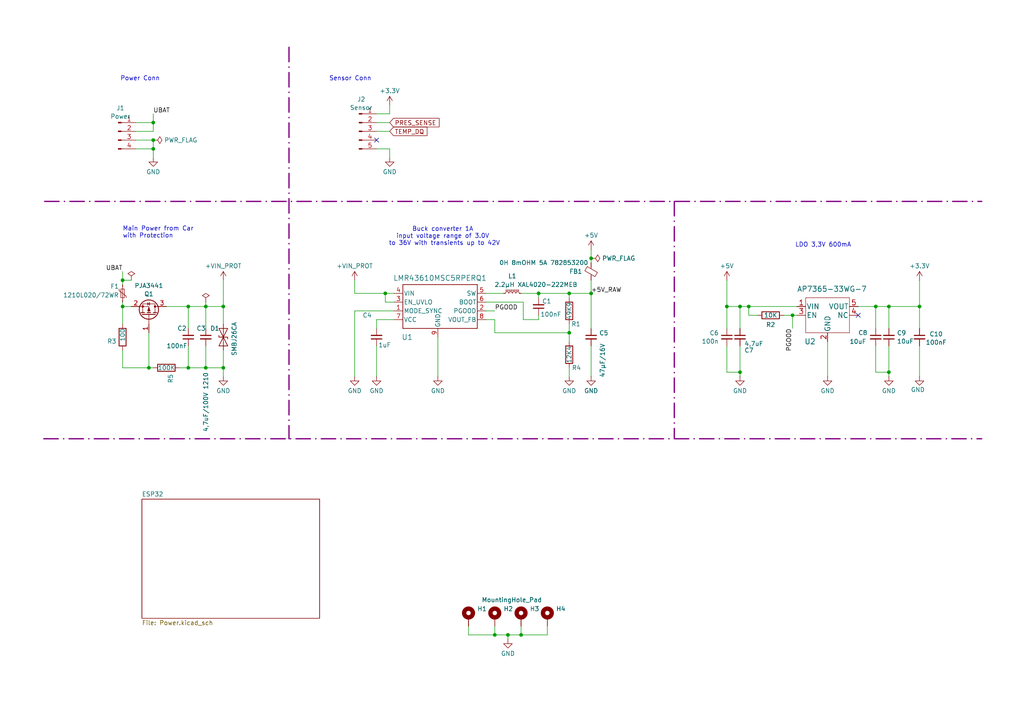
<source format=kicad_sch>
(kicad_sch (version 20250114) (generator "eeschema") (generator_version "9.0")
  (paper "A4")
  (title_block (title "BMW N57 Öldruck und Öltemperatur Anzeige") (date "2025-11-05") (rev "0.1") (comment 1 "Power Distribution"))
  (lib_symbols
    (symbol "2021-05-12_00-19-53:AP2112K-3.3TRG1" (pin_names (offset 0.254))
      (property "Reference" "U2" (at 5.08 -2.54 0))
      (property "Value" "AP7365-33WG-7" (at 15.24 7.62 0))
      (symbol "AP2112K-3.3TRG1_1_1"
        (polyline (pts (xy 7.62 5.08) (xy 7.62 -5.08)) (stroke (width 0.127)))
        (polyline (pts (xy 7.62 -5.08) (xy 20.32 -5.08)) (stroke (width 0.127)))
        (polyline (pts (xy 20.32 5.08) (xy 7.62 5.08)) (stroke (width 0.127)))
        (polyline (pts (xy 20.32 -5.08) (xy 20.32 5.08)) (stroke (width 0.127)))
        (pin power_in line (at 5.08 2.54 0) (length 2.54) (name "VIN") (number "1"))
        (pin unspecified line (at 5.08 0 0) (length 2.54) (name "EN") (number "3"))
        (pin unspecified line (at 13.97 -7.62 90) (length 2.54) (name "GND") (number "2"))
        (pin power_out line (at 22.86 2.54 180) (length 2.54) (name "VOUT") (number "5"))
        (pin unspecified line (at 22.86 0 180) (length 2.54) (name "NC") (number "4"))
      )
    )
    (symbol "Connector:Conn_01x04_Pin" (pin_names (offset 1.016) (hide yes))
      (property "Reference" "J" (at 0 5.08 0))
      (property "Value" "Conn_01x04_Pin" (at 0 -7.62 0))
      (symbol "Conn_01x04_Pin_1_1"
        (rectangle (start 0.8636 2.667) (end 0 2.413) (stroke (width 0.1524)) (fill (type outline)))
        (rectangle (start 0.8636 0.127) (end 0 -0.127) (stroke (width 0.1524)) (fill (type outline)))
        (rectangle (start 0.8636 -2.413) (end 0 -2.667) (stroke (width 0.1524)) (fill (type outline)))
        (rectangle (start 0.8636 -4.953) (end 0 -5.207) (stroke (width 0.1524)) (fill (type outline)))
        (polyline (pts (xy 1.27 2.54) (xy 0.8636 2.54)) (stroke (width 0.1524)))
        (polyline (pts (xy 1.27 0) (xy 0.8636 0)) (stroke (width 0.1524)))
        (polyline (pts (xy 1.27 -2.54) (xy 0.8636 -2.54)) (stroke (width 0.1524)))
        (polyline (pts (xy 1.27 -5.08) (xy 0.8636 -5.08)) (stroke (width 0.1524)))
        (pin passive line (at 5.08 2.54 180) (length 3.81) (name "Pin_1") (number "1"))
        (pin passive line (at 5.08 0 180) (length 3.81) (name "Pin_2") (number "2"))
        (pin passive line (at 5.08 -2.54 180) (length 3.81) (name "Pin_3") (number "3"))
        (pin passive line (at 5.08 -5.08 180) (length 3.81) (name "Pin_4") (number "4"))
      )
    )
    (symbol "Connector:Conn_01x05_Pin" (pin_names (offset 1.016) (hide yes))
      (property "Reference" "J" (at 0 7.62 0))
      (property "Value" "Conn_01x05_Pin" (at 0 -7.62 0))
      (symbol "Conn_01x05_Pin_1_1"
        (rectangle (start 0.8636 5.207) (end 0 4.953) (stroke (width 0.1524)) (fill (type outline)))
        (rectangle (start 0.8636 2.667) (end 0 2.413) (stroke (width 0.1524)) (fill (type outline)))
        (rectangle (start 0.8636 0.127) (end 0 -0.127) (stroke (width 0.1524)) (fill (type outline)))
        (rectangle (start 0.8636 -2.413) (end 0 -2.667) (stroke (width 0.1524)) (fill (type outline)))
        (rectangle (start 0.8636 -4.953) (end 0 -5.207) (stroke (width 0.1524)) (fill (type outline)))
        (polyline (pts (xy 1.27 5.08) (xy 0.8636 5.08)) (stroke (width 0.1524)))
        (polyline (pts (xy 1.27 2.54) (xy 0.8636 2.54)) (stroke (width 0.1524)))
        (polyline (pts (xy 1.27 0) (xy 0.8636 0)) (stroke (width 0.1524)))
        (polyline (pts (xy 1.27 -2.54) (xy 0.8636 -2.54)) (stroke (width 0.1524)))
        (polyline (pts (xy 1.27 -5.08) (xy 0.8636 -5.08)) (stroke (width 0.1524)))
        (pin passive line (at 5.08 5.08 180) (length 3.81) (name "Pin_1") (number "1"))
        (pin passive line (at 5.08 2.54 180) (length 3.81) (name "Pin_2") (number "2"))
        (pin passive line (at 5.08 0 180) (length 3.81) (name "Pin_3") (number "3"))
        (pin passive line (at 5.08 -2.54 180) (length 3.81) (name "Pin_4") (number "4"))
        (pin passive line (at 5.08 -5.08 180) (length 3.81) (name "Pin_5") (number "5"))
      )
    )
    (symbol "Device:C_Small" (pin_numbers (hide yes)) (pin_names (offset 0.254) (hide yes))
      (property "Reference" "C" (at 0.254 1.778 0))
      (property "Value" "C_Small" (at 0.254 -2.032 0))
      (symbol "C_Small_0_1"
        (polyline (pts (xy -1.524 0.508) (xy 1.524 0.508)) (stroke (width 0.3048)))
        (polyline (pts (xy -1.524 -0.508) (xy 1.524 -0.508)) (stroke (width 0.3302)))
      )
      (symbol "C_Small_1_1"
        (pin passive line (at 0 2.54 270) (length 2.032) (name "~") (number "1"))
        (pin passive line (at 0 -2.54 90) (length 2.032) (name "~") (number "2"))
      )
    )
    (symbol "Device:FerriteBead_Small" (pin_numbers (hide yes)) (pin_names (offset 0))
      (property "Reference" "FB" (at 1.905 1.27 0))
      (property "Value" "FerriteBead_Small" (at 1.905 -1.27 0))
      (symbol "FerriteBead_Small_0_1"
        (polyline (pts (xy -1.8288 0.2794) (xy -1.1176 1.4986) (xy 1.8288 -0.2032) (xy 1.1176 -1.4224) (xy -1.8288 0.2794)))
        (polyline (pts (xy 0 0.889) (xy 0 1.2954)))
        (polyline (pts (xy 0 -1.27) (xy 0 -0.7874)))
      )
      (symbol "FerriteBead_Small_1_1"
        (pin passive line (at 0 2.54 270) (length 1.27) (name "~") (number "1"))
        (pin passive line (at 0 -2.54 90) (length 1.27) (name "~") (number "2"))
      )
    )
    (symbol "Device:L_Ferrite_Small" (pin_numbers (hide yes)) (pin_names (offset 0.254) (hide yes))
      (property "Reference" "L" (at 1.27 1.016 0))
      (property "Value" "L_Ferrite_Small" (at 1.27 -1.27 0))
      (symbol "L_Ferrite_Small_0_1"
        (arc (start 0 2.032) (mid 0.5058 1.524) (end 0 1.016))
        (arc (start 0 1.016) (mid 0.5058 0.508) (end 0 0))
        (arc (start 0 0) (mid 0.5058 -0.508) (end 0 -1.016))
        (arc (start 0 -1.016) (mid 0.5058 -1.524) (end 0 -2.032))
        (polyline (pts (xy 0.762 1.651) (xy 0.762 1.905)))
        (polyline (pts (xy 0.762 1.143) (xy 0.762 1.397)))
        (polyline (pts (xy 0.762 0.635) (xy 0.762 0.889)))
        (polyline (pts (xy 0.762 0.127) (xy 0.762 0.381)))
        (polyline (pts (xy 0.762 -0.381) (xy 0.762 -0.127)))
        (polyline (pts (xy 0.762 -0.889) (xy 0.762 -0.635)))
        (polyline (pts (xy 0.762 -1.397) (xy 0.762 -1.143)))
        (polyline (pts (xy 0.762 -1.905) (xy 0.762 -1.651)))
        (polyline (pts (xy 1.016 1.905) (xy 1.016 1.651)))
        (polyline (pts (xy 1.016 1.397) (xy 1.016 1.143)))
        (polyline (pts (xy 1.016 0.889) (xy 1.016 0.635)))
        (polyline (pts (xy 1.016 0.381) (xy 1.016 0.127)))
        (polyline (pts (xy 1.016 -0.127) (xy 1.016 -0.381)))
        (polyline (pts (xy 1.016 -0.635) (xy 1.016 -0.889)))
        (polyline (pts (xy 1.016 -1.143) (xy 1.016 -1.397)))
        (polyline (pts (xy 1.016 -1.651) (xy 1.016 -1.905)))
      )
      (symbol "L_Ferrite_Small_1_1"
        (pin passive line (at 0 2.54 270) (length 0.508) (name "~") (number "1"))
        (pin passive line (at 0 -2.54 90) (length 0.508) (name "~") (number "2"))
      )
    )
    (symbol "Device:Polyfuse_Small" (pin_numbers (hide yes)) (pin_names (offset 0))
      (property "Reference" "F" (at -1.905 0 90))
      (property "Value" "Polyfuse_Small" (at 1.905 0 90))
      (symbol "Polyfuse_Small_0_1"
        (polyline (pts (xy -1.016 1.27) (xy -1.016 0.762) (xy 1.016 -0.762) (xy 1.016 -1.27)))
        (rectangle (start -0.508 1.27) (end 0.508 -1.27))
        (polyline (pts (xy 0 2.54) (xy 0 -2.54)))
      )
      (symbol "Polyfuse_Small_1_1"
        (pin passive line (at 0 2.54 270) (length 0.635) (name "~") (number "1"))
        (pin passive line (at 0 -2.54 90) (length 0.635) (name "~") (number "2"))
      )
    )
    (symbol "Device:R" (pin_numbers (hide yes)) (pin_names (offset 0))
      (property "Reference" "R" (at 2.032 0 90))
      (property "Value" "R" (at 0 0 90))
      (symbol "R_0_1"
        (rectangle (start -1.016 -2.54) (end 1.016 2.54) (stroke (width 0.254)))
      )
      (symbol "R_1_1"
        (pin passive line (at 0 3.81 270) (length 1.27) (name "~") (number "1"))
        (pin passive line (at 0 -3.81 90) (length 1.27) (name "~") (number "2"))
      )
    )
    (symbol "Diode:SMAJ16CA" (pin_numbers (hide yes)) (pin_names (offset 1.016) (hide yes))
      (property "Reference" "D" (at 0 2.54 0))
      (property "Value" "SMAJ16CA" (at 0 -2.54 0))
      (symbol "SMAJ16CA_0_1"
        (polyline (pts (xy -2.54 -1.27) (xy 0 0) (xy -2.54 1.27) (xy -2.54 -1.27)) (stroke (width 0.2032)))
        (polyline (pts (xy 0.508 1.27) (xy 0 1.27) (xy 0 -1.27) (xy -0.508 -1.27)) (stroke (width 0.2032)))
        (polyline (pts (xy 1.27 0) (xy -1.27 0)))
        (polyline (pts (xy 2.54 1.27) (xy 2.54 -1.27) (xy 0 0) (xy 2.54 1.27)) (stroke (width 0.2032)))
      )
      (symbol "SMAJ16CA_1_1"
        (pin passive line (at -3.81 0 0) (length 2.54) (name "A1") (number "1"))
        (pin passive line (at 3.81 0 180) (length 2.54) (name "A2") (number "2"))
      )
    )
    (symbol "Mechanical:MountingHole_Pad" (pin_numbers (hide yes)) (pin_names (offset 1.016) (hide yes))
      (property "Reference" "H" (at 0 6.35 0))
      (property "Value" "MountingHole_Pad" (at 0 4.445 0))
      (symbol "MountingHole_Pad_0_1"
        (circle (center 0 1.27) (radius 1.27) (stroke (width 1.27)))
      )
      (symbol "MountingHole_Pad_1_1"
        (pin input line (at 0 -2.54 90) (length 2.54) (name "1") (number "1"))
      )
    )
    (symbol "Snapeda:LMR43610RS5QRPERQ1" (pin_names (offset 0.254))
      (property "Reference" "U1" (at 15.875 7.272 0))
      (property "Value" "LMR43610MSC5RPERQ1" (at 15.875 4.4391 0))
      (symbol "LMR43610RS5QRPERQ1_0_1"
        (polyline (pts (xy 5.08 2.54) (xy 5.08 -10.16)) (stroke (width 0.2032)))
        (polyline (pts (xy 5.08 -10.16) (xy 26.67 -10.16)) (stroke (width 0.2032)))
        (polyline (pts (xy 26.67 2.54) (xy 5.08 2.54)) (stroke (width 0.2032)))
        (polyline (pts (xy 26.67 -10.16) (xy 26.67 2.54)) (stroke (width 0.2032)))
        (pin power_in line (at 2.54 0 0) (length 2.54) (name "VIN") (number "4"))
        (pin input line (at 2.54 -2.54 0) (length 2.54) (name "EN_UVLO") (number "3"))
        (pin input line (at 2.54 -5.08 0) (length 2.54) (name "MODE_SYNC") (number "1"))
        (pin power_in line (at 15.24 -12.7 90) (length 2.54) (name "GND") (number "9"))
        (pin unspecified line (at 29.21 0 180) (length 2.54) (name "SW") (number "5"))
        (pin unspecified line (at 29.21 -2.54 180) (length 2.54) (name "BOOT") (number "6"))
        (pin open_collector line (at 29.21 -5.08 180) (length 2.54) (name "PGOOD") (number "2"))
        (pin unspecified line (at 29.21 -7.62 180) (length 2.54) (name "VOUT_FB") (number "8"))
      )
      (symbol "LMR43610RS5QRPERQ1_1_1"
        (pin unspecified line (at 2.54 -7.62 0) (length 2.54) (name "VCC") (number "7"))
      )
    )
    (symbol "Transistor_FET:Q_PMOS_GSD" (pin_names (offset 0) (hide yes))
      (property "Reference" "Q" (at 5.08 1.905 0))
      (property "Value" "Q_PMOS_GSD" (at 5.08 0 0))
      (symbol "Q_PMOS_GSD_0_1"
        (polyline (pts (xy 0.254 1.905) (xy 0.254 -1.905)) (stroke (width 0.254)))
        (polyline (pts (xy 0.254 0) (xy -2.54 0)))
        (polyline (pts (xy 0.762 2.286) (xy 0.762 1.27)) (stroke (width 0.254)))
        (polyline (pts (xy 0.762 1.778) (xy 3.302 1.778) (xy 3.302 -1.778) (xy 0.762 -1.778)))
        (polyline (pts (xy 0.762 0.508) (xy 0.762 -0.508)) (stroke (width 0.254)))
        (polyline (pts (xy 0.762 -1.27) (xy 0.762 -2.286)) (stroke (width 0.254)))
        (circle (center 1.651 0) (radius 2.794) (stroke (width 0.254)))
        (polyline (pts (xy 2.286 0) (xy 1.27 0.381) (xy 1.27 -0.381) (xy 2.286 0)) (fill (type outline)))
        (polyline (pts (xy 2.54 2.54) (xy 2.54 1.778)))
        (circle (center 2.54 1.778) (radius 0.254) (fill (type outline)))
        (circle (center 2.54 -1.778) (radius 0.254) (fill (type outline)))
        (polyline (pts (xy 2.54 -2.54) (xy 2.54 0) (xy 0.762 0)))
        (polyline (pts (xy 2.921 -0.381) (xy 3.683 -0.381)))
        (polyline (pts (xy 3.302 -0.381) (xy 2.921 0.254) (xy 3.683 0.254) (xy 3.302 -0.381)))
      )
      (symbol "Q_PMOS_GSD_1_1"
        (pin input line (at -5.08 0 0) (length 2.54) (name "G") (number "1"))
        (pin passive line (at 2.54 5.08 270) (length 2.54) (name "D") (number "3"))
        (pin passive line (at 2.54 -5.08 90) (length 2.54) (name "S") (number "2"))
      )
    )
    (symbol "power:+12V" (power) (pin_names (offset 0))
      (property "Value" "+12V" (at 0 3.556 0))
      (symbol "+12V_0_1"
        (polyline (pts (xy -0.762 1.27) (xy 0 2.54)))
        (polyline (pts (xy 0 2.54) (xy 0.762 1.27)))
        (polyline (pts (xy 0 0) (xy 0 2.54)))
      )
      (symbol "+12V_1_1"
        (pin power_in line (at 0 0 90) (length 0) (hide yes) (name "+12V") (number "1"))
      )
    )
    (symbol "power:+3.3V" (power) (pin_numbers (hide yes)) (pin_names (offset 0) (hide yes))
      (property "Value" "+3.3V" (at 0 3.556 0))
      (symbol "+3.3V_0_1"
        (polyline (pts (xy -0.762 1.27) (xy 0 2.54)))
        (polyline (pts (xy 0 2.54) (xy 0.762 1.27)))
        (polyline (pts (xy 0 0) (xy 0 2.54)))
      )
      (symbol "+3.3V_1_1"
        (pin power_in line (at 0 0 90) (length 0) (name "~") (number "1"))
      )
    )
    (symbol "power:+5V" (power) (pin_numbers (hide yes)) (pin_names (offset 0) (hide yes))
      (property "Value" "+5V" (at 0 3.556 0))
      (symbol "+5V_0_1"
        (polyline (pts (xy -0.762 1.27) (xy 0 2.54)))
        (polyline (pts (xy 0 2.54) (xy 0.762 1.27)))
        (polyline (pts (xy 0 0) (xy 0 2.54)))
      )
      (symbol "+5V_1_1"
        (pin power_in line (at 0 0 90) (length 0) (name "~") (number "1"))
      )
    )
    (symbol "power:GND" (power) (pin_numbers (hide yes)) (pin_names (offset 0) (hide yes))
      (property "Value" "GND" (at 0 -3.81 0))
      (symbol "GND_0_1"
        (polyline (pts (xy 0 0) (xy 0 -1.27) (xy 1.27 -1.27) (xy 0 -2.54) (xy -1.27 -1.27) (xy 0 -1.27)))
      )
      (symbol "GND_1_1"
        (pin power_in line (at 0 0 270) (length 0) (name "~") (number "1"))
      )
    )
    (symbol "power:PWR_FLAG" (power) (pin_numbers (hide yes)) (pin_names (offset 0) (hide yes))
      (property "Value" "PWR_FLAG" (at 0 3.81 0))
      (symbol "PWR_FLAG_0_0"
        (pin power_out line (at 0 0 90) (length 0) (name "pwr") (number "1"))
      )
      (symbol "PWR_FLAG_0_1"
        (polyline (pts (xy 0 0) (xy 0 1.27) (xy -1.016 1.905) (xy 0 2.54) (xy 1.016 1.905) (xy 0 1.27)))
      )
    )
  )
  (text "Sensor Conn" (at 101.6 22.86 0) (effects (font (size 1.27 1.27))))
  (text "Main Power from Car\nwith Protection" (at 35.56 69.215 0) (effects (font (size 1.27 1.27)) (justify left bottom)))
  (text "Power Conn" (at 40.64 22.86 0) (effects (font (size 1.27 1.27))))
  (text "LDO 3,3V 600mA" (at 238.76 71.12 0) (effects (font (size 1.27 1.27))))
  (text "Buck converter 1A \ninput voltage range of 3.0V \nto 36V with transients up to 42V" (at 128.905 68.58 0) (effects (font (size 1.27 1.27))))
  (junction (at 210.82 88.9))
  (junction (at 165.1 96.52))
  (junction (at 44.45 35.56))
  (junction (at 151.13 184.15))
  (junction (at 165.1 85.09))
  (junction (at 54.61 106.68))
  (junction (at 43.18 106.68))
  (junction (at 266.7 88.9))
  (junction (at 64.77 88.9))
  (junction (at 171.45 85.09))
  (junction (at 59.69 88.9))
  (junction (at 257.81 107.95))
  (junction (at 147.32 184.15))
  (junction (at 35.56 88.9))
  (junction (at 257.81 88.9))
  (junction (at 229.87 91.44))
  (junction (at 54.61 88.9))
  (junction (at 156.21 85.09))
  (junction (at 214.63 107.95))
  (junction (at 35.56 81.28))
  (junction (at 217.17 88.9))
  (junction (at 143.51 184.15))
  (junction (at 214.63 88.9))
  (junction (at 64.77 106.68))
  (junction (at 171.45 74.93))
  (junction (at 59.69 106.68))
  (junction (at 254 88.9))
  (junction (at 111.76 85.09))
  (junction (at 44.45 40.64))
  (junction (at 44.45 43.18))
  (no_connect (at 109.22 40.64))
  (no_connect (at 248.92 91.44))
  (wire (pts (xy 266.7 95.25) (xy 266.7 88.9)))
  (wire (pts (xy 147.32 184.15) (xy 143.51 184.15)))
  (wire (pts (xy 248.92 88.9) (xy 254 88.9)))
  (polyline (pts (xy 12.954 58.42) (xy 284.734 58.42)) (stroke (width 0.381) (type dash_dot) (color 132 0 132 1)))
  (wire (pts (xy 111.76 87.63) (xy 114.3 87.63)))
  (wire (pts (xy 143.51 181.61) (xy 143.51 184.15)))
  (wire (pts (xy 214.63 100.33) (xy 214.63 107.95)))
  (wire (pts (xy 254 100.33) (xy 254 107.95)))
  (wire (pts (xy 39.37 43.18) (xy 44.45 43.18)))
  (wire (pts (xy 158.75 181.61) (xy 158.75 184.15)))
  (wire (pts (xy 35.56 106.68) (xy 43.18 106.68)))
  (wire (pts (xy 210.82 107.95) (xy 214.63 107.95)))
  (wire (pts (xy 214.63 88.9) (xy 214.63 95.25)))
  (wire (pts (xy 240.03 99.06) (xy 240.03 109.22)))
  (wire (pts (xy 210.82 100.33) (xy 210.82 107.95)))
  (wire (pts (xy 102.87 81.28) (xy 102.87 85.09)))
  (wire (pts (xy 35.56 88.9) (xy 35.56 93.98)))
  (wire (pts (xy 54.61 100.33) (xy 54.61 106.68)))
  (wire (pts (xy 102.87 90.17) (xy 114.3 90.17)))
  (wire (pts (xy 147.32 184.15) (xy 147.32 185.42)))
  (wire (pts (xy 210.82 95.25) (xy 210.82 88.9)))
  (wire (pts (xy 64.77 81.28) (xy 64.77 88.9)))
  (wire (pts (xy 257.81 107.95) (xy 257.81 109.22)))
  (wire (pts (xy 59.69 88.9) (xy 59.69 95.25)))
  (wire (pts (xy 35.56 87.63) (xy 35.56 88.9)))
  (wire (pts (xy 38.1 81.28) (xy 35.56 81.28)))
  (wire (pts (xy 54.61 88.9) (xy 59.69 88.9)))
  (wire (pts (xy 210.82 88.9) (xy 210.82 81.28)))
  (wire (pts (xy 44.45 40.64) (xy 44.45 43.18)))
  (wire (pts (xy 140.97 85.09) (xy 146.05 85.09)))
  (wire (pts (xy 171.45 81.28) (xy 171.45 85.09)))
  (wire (pts (xy 35.56 101.6) (xy 35.56 106.68)))
  (wire (pts (xy 54.61 106.68) (xy 59.69 106.68)))
  (wire (pts (xy 109.22 35.56) (xy 113.03 35.56)))
  (wire (pts (xy 165.1 86.36) (xy 165.1 85.09)))
  (wire (pts (xy 143.51 96.52) (xy 165.1 96.52)))
  (wire (pts (xy 140.97 87.63) (xy 151.765 87.63)))
  (wire (pts (xy 52.07 106.68) (xy 54.61 106.68)))
  (wire (pts (xy 39.37 40.64) (xy 44.45 40.64)))
  (wire (pts (xy 113.03 43.18) (xy 113.03 45.72)))
  (wire (pts (xy 257.81 88.9) (xy 266.7 88.9)))
  (wire (pts (xy 59.69 100.33) (xy 59.69 106.68)))
  (wire (pts (xy 54.61 88.9) (xy 54.61 95.25)))
  (polyline (pts (xy 12.7 127.254) (xy 284.734 127.254)) (stroke (width 0.381) (type dash_dot) (color 132 0 132 1)))
  (wire (pts (xy 102.87 90.17) (xy 102.87 109.22)))
  (wire (pts (xy 266.7 100.33) (xy 266.7 109.22)))
  (wire (pts (xy 59.69 106.68) (xy 64.77 106.68)))
  (wire (pts (xy 111.76 85.09) (xy 114.3 85.09)))
  (wire (pts (xy 214.63 107.95) (xy 214.63 109.22)))
  (polyline (pts (xy 195.58 58.42) (xy 195.58 127)) (stroke (width 0.381) (type dash_dot) (color 132 0 132 1)))
  (wire (pts (xy 156.21 86.36) (xy 156.21 85.09)))
  (wire (pts (xy 59.69 88.9) (xy 64.77 88.9)))
  (wire (pts (xy 64.77 109.22) (xy 64.77 106.68)))
  (wire (pts (xy 140.97 92.71) (xy 143.51 92.71)))
  (wire (pts (xy 109.22 43.18) (xy 113.03 43.18)))
  (wire (pts (xy 257.81 100.33) (xy 257.81 107.95)))
  (wire (pts (xy 229.87 91.44) (xy 229.87 95.25)))
  (wire (pts (xy 48.26 88.9) (xy 54.61 88.9)))
  (polyline (pts (xy 83.82 127.254) (xy 84.074 127.254)) (stroke (width 0) (type solid)))
  (wire (pts (xy 266.7 88.9) (xy 266.7 81.28)))
  (wire (pts (xy 217.17 88.9) (xy 231.14 88.9)))
  (wire (pts (xy 35.56 78.74) (xy 35.56 81.28)))
  (wire (pts (xy 35.56 88.9) (xy 38.1 88.9)))
  (wire (pts (xy 229.87 91.44) (xy 231.14 91.44)))
  (wire (pts (xy 151.765 92.71) (xy 156.21 92.71)))
  (wire (pts (xy 227.33 91.44) (xy 229.87 91.44)))
  (wire (pts (xy 109.22 100.33) (xy 109.22 109.22)))
  (wire (pts (xy 151.765 87.63) (xy 151.765 92.71)))
  (wire (pts (xy 39.37 38.1) (xy 44.45 38.1)))
  (wire (pts (xy 64.77 101.6) (xy 64.77 106.68)))
  (wire (pts (xy 44.45 35.56) (xy 44.45 33.02)))
  (wire (pts (xy 109.22 92.71) (xy 114.3 92.71)))
  (wire (pts (xy 59.69 87.63) (xy 59.69 88.9)))
  (wire (pts (xy 165.1 85.09) (xy 171.45 85.09)))
  (wire (pts (xy 35.56 82.55) (xy 35.56 81.28)))
  (wire (pts (xy 254 88.9) (xy 254 95.25)))
  (wire (pts (xy 102.87 85.09) (xy 111.76 85.09)))
  (wire (pts (xy 44.45 106.68) (xy 43.18 106.68)))
  (wire (pts (xy 165.1 93.98) (xy 165.1 96.52)))
  (wire (pts (xy 109.22 38.1) (xy 113.03 38.1)))
  (wire (pts (xy 210.82 88.9) (xy 214.63 88.9)))
  (wire (pts (xy 165.1 96.52) (xy 165.1 99.06)))
  (wire (pts (xy 64.77 88.9) (xy 64.77 93.98)))
  (wire (pts (xy 39.37 35.56) (xy 44.45 35.56)))
  (wire (pts (xy 113.03 30.48) (xy 113.03 33.02)))
  (wire (pts (xy 217.17 88.9) (xy 217.17 91.44)))
  (wire (pts (xy 113.03 33.02) (xy 109.22 33.02)))
  (wire (pts (xy 171.45 72.39) (xy 171.45 74.93)))
  (wire (pts (xy 143.51 184.15) (xy 135.89 184.15)))
  (wire (pts (xy 151.13 85.09) (xy 156.21 85.09)))
  (wire (pts (xy 127 97.79) (xy 127 109.22)))
  (wire (pts (xy 171.45 74.93) (xy 171.45 76.2)))
  (wire (pts (xy 156.21 92.71) (xy 156.21 91.44)))
  (wire (pts (xy 109.22 92.71) (xy 109.22 95.25)))
  (polyline (pts (xy 83.82 13.716) (xy 83.82 127.254)) (stroke (width 0.381) (type dash_dot) (color 132 0 132 1)))
  (wire (pts (xy 135.89 181.61) (xy 135.89 184.15)))
  (wire (pts (xy 143.51 92.71) (xy 143.51 96.52)))
  (wire (pts (xy 151.13 184.15) (xy 147.32 184.15)))
  (wire (pts (xy 165.1 106.68) (xy 165.1 109.22)))
  (wire (pts (xy 158.75 184.15) (xy 151.13 184.15)))
  (wire (pts (xy 44.45 38.1) (xy 44.45 35.56)))
  (wire (pts (xy 217.17 91.44) (xy 219.71 91.44)))
  (wire (pts (xy 254 107.95) (xy 257.81 107.95)))
  (wire (pts (xy 140.97 90.17) (xy 143.51 90.17)))
  (wire (pts (xy 171.45 100.33) (xy 171.45 109.22)))
  (wire (pts (xy 111.76 85.09) (xy 111.76 87.63)))
  (wire (pts (xy 43.18 96.52) (xy 43.18 106.68)))
  (wire (pts (xy 254 88.9) (xy 257.81 88.9)))
  (wire (pts (xy 44.45 43.18) (xy 44.45 45.72)))
  (wire (pts (xy 214.63 88.9) (xy 217.17 88.9)))
  (wire (pts (xy 257.81 95.25) (xy 257.81 88.9)))
  (wire (pts (xy 165.1 85.09) (xy 156.21 85.09)))
  (wire (pts (xy 171.45 85.09) (xy 171.45 95.25)))
  (wire (pts (xy 151.13 181.61) (xy 151.13 184.15)))
  (label "+5V_RAW" (at 171.45 85.09 0))
  (label "PGOOD" (at 229.87 95.25 270))
  (label "PGOOD" (at 143.51 90.17 0))
  (label "UBAT" (at 44.45 33.02 0))
  (label "UBAT" (at 35.56 78.74 180))
  (global_label "PRES_SENSE" (shape input) (at 113.03 35.56 0) (property "Intersheetrefs" "${INTERSHEET_REFS}" (effects (hide yes))))
  (global_label "TEMP_DQ" (shape input) (at 113.03 38.1 0) (property "Intersheetrefs" "${INTERSHEET_REFS}" (effects (hide yes))))
  (symbol (lib_id "power:+5V") (at 171.45 72.39 0) (unit 1)
    (property "Reference" "#PWR04" (effects (hide yes)))
    (property "Value" "+5V" (at 171.45 68.2569 0))
    (property "Description" "Power symbol creates a global label with name \"+5V\"" (effects (hide yes)))
  )
  (symbol (lib_id "Device:R") (at 48.26 106.68 90) (unit 1)
    (property "Reference" "R5" (at 49.4722 108.458 0) (effects (justify right)))
    (property "Value" "100K" (at 45.72 106.68 90) (effects (justify right)))
    (property "Footprint" "Resistor_SMD:R_0603_1608Metric_Pad0.98x0.95mm_HandSolder" (effects (hide yes)))
    (property "Description" "Resistor" (effects (hide yes)))
  )
  (symbol (lib_id "power:GND") (at 127 109.22 0) (unit 1)
    (property "Reference" "#PWR012" (effects (hide yes)))
    (property "Value" "GND" (at 127 113.3531 0))
    (property "Description" "Power symbol creates a global label with name \"GND\" , ground" (effects (hide yes)))
  )
  (symbol (lib_id "Snapeda:LMR43610RS5QRPERQ1") (at 111.76 85.09 0) (unit 1)
    (property "Reference" "U1" (at 118.11 97.79 0) (effects (font (size 1.524 1.524))))
    (property "Value" "LMR43610MSC5RPERQ1" (at 127.635 80.6509 0) (effects (font (size 1.524 1.524))))
    (property "Footprint" "Snapeda:RPE0009A-MFG" (effects (hide yes)))
    (property "Datasheet" "https://www.ti.com/lit/gpn/lmr43610-q1" (effects (hide yes)))
  )
  (symbol (lib_id "Device:C_Small") (at 210.82 97.79 0) (unit 1)
    (property "Reference" "C6" (at 208.496 96.5841 0) (effects (justify right)))
    (property "Value" "100n" (at 208.496 99.0084 0) (effects (justify right)))
    (property "Footprint" "Capacitor_SMD:C_0603_1608Metric_Pad1.08x0.95mm_HandSolder" (effects (hide yes)))
    (property "Typ" "CL21C820JB61PNC" (effects (hide yes)))
  )
  (symbol (lib_id "power:PWR_FLAG") (at 44.45 40.64 270) (unit 1)
    (property "Reference" "#FLG05" (effects (hide yes)))
    (property "Value" "PWR_FLAG" (at 47.625 40.64 90) (effects (justify left)))
    (property "Description" "Special symbol for telling ERC where power comes from" (effects (hide yes)))
  )
  (symbol (lib_id "Device:C_Small") (at 257.81 97.79 180) (unit 1)
    (property "Reference" "C9" (at 260.1341 96.5714 0) (effects (justify right)))
    (property "Value" "10uF" (at 260.1341 98.9957 0) (effects (justify right)))
    (property "Footprint" "Capacitor_SMD:C_0805_2012Metric_Pad1.18x1.45mm_HandSolder" (effects (hide yes)))
    (property "Description" "Unpolarized capacitor, small symbol" (effects (hide yes)))
  )
  (symbol (lib_id "Device:C_Small") (at 171.45 97.79 0) (unit 1)
    (property "Reference" "C5" (at 173.7741 96.5841 0) (effects (justify left)))
    (property "Value" "47µF/16V" (at 174.752 109.474 90) (effects (justify left)))
    (property "Footprint" "Capacitor_SMD:C_1210_3225Metric_Pad1.33x2.70mm_HandSolder" (effects (hide yes)))
    (property "Description" "Unpolarized capacitor, small symbol" (effects (hide yes)))
  )
  (symbol (lib_id "Connector:Conn_01x05_Pin") (at 104.14 38.1 0) (unit 1)
    (property "Reference" "J2" (at 104.775 28.7993 0))
    (property "Value" "Sensor" (at 104.775 31.2236 0))
    (property "Footprint" "Connector_JST:JST_PH_S5B-PH-K_1x05_P2.00mm_Horizontal" (effects (hide yes)))
    (property "Description" "Generic connector, single row, 01x05, script generated" (effects (hide yes)))
  )
  (symbol (lib_id "power:GND") (at 240.03 109.22 0) (unit 1)
    (property "Reference" "#PWR016" (effects (hide yes)))
    (property "Value" "GND" (at 240.03 113.3531 0))
    (property "Description" "Power symbol creates a global label with name \"GND\" , ground" (effects (hide yes)))
  )
  (symbol (lib_id "power:GND") (at 165.1 109.22 0) (unit 1)
    (property "Reference" "#PWR013" (effects (hide yes)))
    (property "Value" "GND" (at 165.1 113.3531 0))
    (property "Description" "Power symbol creates a global label with name \"GND\" , ground" (effects (hide yes)))
  )
  (symbol (lib_id "power:GND") (at 214.63 109.22 0) (unit 1)
    (property "Reference" "#PWR015" (effects (hide yes)))
    (property "Value" "GND" (at 214.63 113.3531 0))
    (property "Description" "Power symbol creates a global label with name \"GND\" , ground" (effects (hide yes)))
  )
  (symbol (lib_id "Device:Polyfuse_Small") (at 35.56 85.09 180) (unit 1)
    (property "Reference" "F1" (at 32.004 83.058 0) (effects (justify right)))
    (property "Value" "1210L020/72WR" (at 18.288 85.598 0) (effects (justify right)))
    (property "Footprint" "Fuse:Fuse_1210_3225Metric" (effects (hide yes)))
    (property "Description" "Resettable fuse, polymeric positive temperature coefficient, small symbol" (effects (hide yes)))
  )
  (symbol (lib_id "Transistor_FET:Q_PMOS_GSD") (at 43.18 91.44 270) (mirror x) (unit 1)
    (property "Reference" "Q1" (at 43.18 85.2749 90))
    (property "Value" "PJA3441" (at 43.18 82.8506 90))
    (property "Footprint" "Package_TO_SOT_SMD:SOT-23-3" (effects (hide yes)))
    (property "Datasheet" "C:\\share\\Elektronik\\KiCad_working_dir\\datasheet\\PJA3441.pdf" (effects (hide yes)))
    (property "Description" "P-MOSFET transistor, gate/source/drain" (effects (hide yes)))
  )
  (symbol (lib_id "Device:C_Small") (at 54.61 97.79 180) (unit 1)
    (property "Reference" "C2" (at 51.435 95.25 0) (effects (justify right)))
    (property "Value" "100nF" (at 48.26 100.33 0) (effects (justify right)))
    (property "Footprint" "Capacitor_SMD:C_0603_1608Metric_Pad1.08x0.95mm_HandSolder" (effects (hide yes)))
    (property "Description" "Unpolarized capacitor, small symbol" (effects (hide yes)))
  )
  (symbol (lib_id "Device:L_Ferrite_Small") (at 148.59 85.09 90) (unit 1)
    (property "Reference" "L1" (at 148.59 80.0565 90))
    (property "Value" "2.2µH XAL4020-222MEB" (at 155.448 82.55 90))
    (property "Footprint" "Inductor_SMD:L_Coilcraft_XxL4040" (effects (hide yes)))
    (property "Datasheet" "C:\\share\\Elektronik\\KiCad_working_dir\\datasheet\\ihlp3232dz11.pdf" (effects (hide yes)))
    (property "Description" "Inductor with ferrite core, small symbol" (effects (hide yes)))
  )
  (symbol (lib_id "Device:R") (at 223.52 91.44 90) (unit 1)
    (property "Reference" "R2" (at 223.52 94.1761 90))
    (property "Value" "10K" (at 223.52 91.44 90))
    (property "Footprint" "Resistor_SMD:R_0603_1608Metric_Pad0.98x0.95mm_HandSolder" (effects (hide yes)))
    (property "Digi-Key_PN" "311-10KGRCT-ND" (effects (hide yes)))
  )
  (symbol (lib_id "power:+12V") (at 102.87 81.28 0) (unit 1)
    (property "Reference" "#PWR06" (effects (hide yes)))
    (property "Value" "+VIN_PROT" (at 102.87 77.1469 0))
  )
  (symbol (lib_id "power:+5V") (at 210.82 81.28 0) (unit 1)
    (property "Reference" "#PWR07" (effects (hide yes)))
    (property "Value" "+5V" (at 210.82 77.1469 0))
    (property "Description" "Power symbol creates a global label with name \"+5V\"" (effects (hide yes)))
  )
  (symbol (lib_id "power:GND") (at 109.22 109.22 0) (unit 1)
    (property "Reference" "#PWR011" (effects (hide yes)))
    (property "Value" "GND" (at 109.22 113.3531 0))
    (property "Description" "Power symbol creates a global label with name \"GND\" , ground" (effects (hide yes)))
  )
  (symbol (lib_id "power:PWR_FLAG") (at 38.1 81.28 0) (unit 1)
    (property "Reference" "#FLG01" (effects (hide yes)))
    (property "Value" "PWR_FLAG" (effects (hide yes)))
  )
  (symbol (lib_id "Connector:Conn_01x04_Pin") (at 34.29 38.1 0) (unit 1)
    (property "Reference" "J1" (at 34.925 31.3393 0))
    (property "Value" "Power" (at 34.925 33.7636 0))
    (property "Footprint" "Connector_JST:JST_PH_S4B-PH-K_1x04_P2.00mm_Horizontal" (effects (hide yes)))
    (property "Description" "Generic connector, single row, 01x04, script generated" (effects (hide yes)))
  )
  (symbol (lib_id "Device:C_Small") (at 109.22 97.79 180) (unit 1)
    (property "Reference" "C4" (at 105.156 91.44 0) (effects (justify right)))
    (property "Value" "1uF" (at 109.728 100.076 0) (effects (justify right)))
    (property "Footprint" "Capacitor_SMD:C_0603_1608Metric_Pad1.08x0.95mm_HandSolder" (effects (hide yes)))
    (property "Description" "Unpolarized capacitor, small symbol" (effects (hide yes)))
  )
  (symbol (lib_id "Device:C_Small") (at 156.21 88.9 180) (unit 1)
    (property "Reference" "C1" (at 157.226 87.376 0) (effects (justify right)))
    (property "Value" "100nF" (at 156.718 91.186 0) (effects (justify right)))
    (property "Footprint" "Capacitor_SMD:C_0603_1608Metric_Pad1.08x0.95mm_HandSolder" (effects (hide yes)))
    (property "Description" "Unpolarized capacitor, small symbol" (effects (hide yes)))
  )
  (symbol (lib_id "power:GND") (at 64.77 109.22 0) (unit 1)
    (property "Reference" "#PWR09" (effects (hide yes)))
    (property "Value" "GND" (at 64.77 113.3531 0))
  )
  (symbol (lib_id "Mechanical:MountingHole_Pad") (at 158.75 179.07 0) (unit 1)
    (property "Reference" "H4" (at 161.29 176.5879 0) (effects (justify left)))
    (property "Value" "MountingHole_Pad" (effects (hide yes)))
    (property "Footprint" "MountingHole:MountingHole_3.2mm_M3_ISO7380_Pad" (effects (hide yes)))
  )
  (symbol (lib_id "power:GND") (at 113.03 45.72 0) (unit 1)
    (property "Reference" "#PWR03" (effects (hide yes)))
    (property "Value" "GND" (at 113.03 49.8531 0))
  )
  (symbol (lib_id "power:+3.3V") (at 113.03 30.48 0) (unit 1)
    (property "Reference" "#PWR01" (effects (hide yes)))
    (property "Value" "+3.3V" (at 113.03 26.3469 0))
  )
  (symbol (lib_id "Mechanical:MountingHole_Pad") (at 151.13 179.07 0) (unit 1)
    (property "Reference" "H3" (at 153.67 176.5879 0) (effects (justify left)))
    (property "Value" "MountingHole_Pad" (effects (hide yes)))
    (property "Footprint" "MountingHole:MountingHole_3.2mm_M3_ISO7380_Pad" (effects (hide yes)))
  )
  (symbol (lib_id "power:PWR_FLAG") (at 171.45 74.93 270) (unit 1)
    (property "Reference" "#FLG06" (effects (hide yes)))
    (property "Value" "PWR_FLAG" (at 174.625 74.93 90) (effects (justify left)))
    (property "Description" "Special symbol for telling ERC where power comes from" (effects (hide yes)))
  )
  (symbol (lib_id "Device:C_Small") (at 266.7 97.79 0) (unit 1)
    (property "Reference" "C10" (at 271.526 96.8897 0))
    (property "Value" "100nF" (at 271.526 99.314 0))
    (property "Footprint" "Capacitor_SMD:C_0603_1608Metric_Pad1.08x0.95mm_HandSolder" (effects (hide yes)))
    (property "Description" "Unpolarized capacitor, small symbol" (effects (hide yes)))
  )
  (symbol (lib_id "power:PWR_FLAG") (at 59.69 87.63 0) (unit 1)
    (property "Reference" "#FLG02" (effects (hide yes)))
    (property "Value" "PWR_FLAG" (effects (hide yes)))
  )
  (symbol (lib_id "Device:C_Small") (at 59.69 97.79 0) (unit 1)
    (property "Reference" "C3" (at 59.69 95.25 0) (effects (justify right)))
    (property "Value" "4,7uF/100V 1210" (at 59.69 107.95 90) (effects (justify right)))
    (property "Footprint" "Capacitor_SMD:C_0603_1608Metric_Pad1.08x0.95mm_HandSolder" (effects (hide yes)))
  )
  (symbol (lib_id "Device:C_Small") (at 214.63 97.79 0) (unit 1)
    (property "Reference" "C7" (at 215.9 101.6 0) (effects (justify left)))
    (property "Value" "4,7uF" (at 215.9 99.695 0) (effects (justify left)))
    (property "Footprint" "Capacitor_SMD:C_0805_2012Metric_Pad1.18x1.45mm_HandSolder" (effects (hide yes)))
    (property "Typ" "CL21C820JB61PNC" (effects (hide yes)))
  )
  (symbol (lib_id "Mechanical:MountingHole_Pad") (at 135.89 179.07 0) (unit 1)
    (property "Reference" "H1" (at 138.43 176.5879 0) (effects (justify left)))
    (property "Value" "MountingHole_Pad" (at 139.7 173.99 0) (effects (justify left)))
    (property "Footprint" "MountingHole:MountingHole_3.2mm_M3_ISO7380_Pad" (effects (hide yes)))
  )
  (symbol (lib_id "power:GND") (at 171.45 109.22 0) (unit 1)
    (property "Reference" "#PWR014" (effects (hide yes)))
    (property "Value" "GND" (at 171.45 113.3531 0))
    (property "Description" "Power symbol creates a global label with name \"GND\" , ground" (effects (hide yes)))
  )
  (symbol (lib_id "2021-05-12_00-19-53:AP2112K-3.3TRG1") (at 226.06 91.44 0) (unit 1)
    (property "Reference" "U2" (at 234.95 99.06 0) (effects (font (size 1.524 1.524))))
    (property "Value" "AP7365-33WG-7" (at 241.3 83.82 0) (effects (font (size 1.524 1.524))))
    (property "Footprint" "Package_TO_SOT_SMD:SOT-23-5_HandSoldering" (effects (hide yes)))
    (property "Digi-Key_PN" "AP2112K-3.3TRG1DICT-ND" (effects (hide yes)))
  )
  (symbol (lib_id "Device:R") (at 35.56 97.79 0) (unit 1)
    (property "Reference" "R3" (at 33.782 99.0022 0) (effects (justify right)))
    (property "Value" "100" (at 35.56 95.25 90) (effects (justify right)))
    (property "Footprint" "Resistor_SMD:R_0603_1608Metric_Pad0.98x0.95mm_HandSolder" (effects (hide yes)))
    (property "Description" "Resistor" (effects (hide yes)))
  )
  (symbol (lib_id "Mechanical:MountingHole_Pad") (at 143.51 179.07 0) (unit 1)
    (property "Reference" "H2" (at 146.05 176.5879 0) (effects (justify left)))
    (property "Value" "MountingHole_Pad" (effects (hide yes)))
    (property "Footprint" "MountingHole:MountingHole_3.2mm_M3_ISO7380_Pad" (effects (hide yes)))
  )
  (symbol (lib_id "Device:C_Small") (at 254 97.79 0) (unit 1)
    (property "Reference" "C8" (at 248.92 96.52 0) (effects (justify left)))
    (property "Value" "10uF" (at 246.38 99.06 0) (effects (justify left)))
    (property "Footprint" "Capacitor_SMD:C_0805_2012Metric_Pad1.18x1.45mm_HandSolder" (effects (hide yes)))
    (property "Typ" "CL21C820JB61PNC" (effects (hide yes)))
  )
  (symbol (lib_id "power:GND") (at 266.7 109.22 0) (unit 1)
    (property "Reference" "#PWR018" (effects (hide yes)))
    (property "Value" "GND" (at 264.16 113.03 0) (effects (justify left)))
    (property "Description" "Power symbol creates a global label with name \"GND\" , ground" (effects (hide yes)))
  )
  (symbol (lib_id "power:GND") (at 147.32 185.42 0) (unit 1)
    (property "Reference" "#PWR019" (effects (hide yes)))
    (property "Value" "GND" (at 147.32 189.5531 0))
  )
  (symbol (lib_id "power:GND") (at 102.87 109.22 0) (unit 1)
    (property "Reference" "#PWR010" (effects (hide yes)))
    (property "Value" "GND" (at 102.87 113.3531 0))
    (property "Description" "Power symbol creates a global label with name \"GND\" , ground" (effects (hide yes)))
  )
  (symbol (lib_id "power:+3.3V") (at 266.7 81.28 0) (unit 1)
    (property "Reference" "#PWR08" (effects (hide yes)))
    (property "Value" "+3.3V" (at 266.7 77.1469 0))
  )
  (symbol (lib_id "Diode:SMAJ16CA") (at 64.77 97.79 90) (unit 1)
    (property "Reference" "D1" (at 60.96 95.25 90) (effects (justify right)))
    (property "Value" "SMBJ26CA" (at 67.945 93.345 0) (effects (justify right)))
    (property "Footprint" "Diode_SMD:D_SMA" (effects (hide yes)))
    (property "Datasheet" "\\\\10.10.20.6\\andre\\elektronik\\KiCad_working_dir\\datasheet\\Littelfuse_TVS_Diode_SMAJ_Datasheet.pdf.pdf" (effects (hide yes)))
  )
  (symbol (lib_id "Device:FerriteBead_Small") (at 171.45 78.74 180) (unit 1)
    (property "Reference" "FB1" (at 165.1 78.74 0) (effects (justify right)))
    (property "Value" "0H 8mOHM 5A 782853200" (at 144.78 76.2 0) (effects (justify right)))
    (property "Footprint" "Inductor_SMD:L_Eaton_MCL2012V1" (effects (hide yes)))
    (property "Description" "Ferrite bead, small symbol" (effects (hide yes)))
  )
  (symbol (lib_id "Device:R") (at 165.1 90.17 0) (unit 1)
    (property "Reference" "R1" (at 168.402 93.98 0) (effects (justify right)))
    (property "Value" "49K9" (at 165.1 87.63 90) (effects (justify right)))
    (property "Footprint" "Resistor_SMD:R_0603_1608Metric_Pad0.98x0.95mm_HandSolder" (effects (hide yes)))
    (property "Description" "Resistor" (effects (hide yes)))
  )
  (symbol (lib_id "power:GND") (at 44.45 45.72 0) (unit 1)
    (property "Reference" "#PWR02" (effects (hide yes)))
    (property "Value" "GND" (at 44.45 49.8531 0))
  )
  (symbol (lib_id "power:+12V") (at 64.77 81.28 0) (unit 1)
    (property "Reference" "#PWR05" (effects (hide yes)))
    (property "Value" "+VIN_PROT" (at 64.77 77.1469 0))
  )
  (symbol (lib_id "power:GND") (at 257.81 109.22 0) (unit 1)
    (property "Reference" "#PWR017" (effects (hide yes)))
    (property "Value" "GND" (at 257.81 113.3531 0))
    (property "Description" "Power symbol creates a global label with name \"GND\" , ground" (effects (hide yes)))
  )
  (symbol (lib_id "Device:R") (at 165.1 102.87 180) (unit 1)
    (property "Reference" "R4" (at 165.862 106.68 0) (effects (justify right)))
    (property "Value" "12K4" (at 165.1 105.41 90) (effects (justify right)))
    (property "Footprint" "Resistor_SMD:R_0603_1608Metric_Pad0.98x0.95mm_HandSolder" (effects (hide yes)))
    (property "Description" "Resistor" (effects (hide yes)))
  )
  (sheet (at 41.148 144.78) (size 51.562 34.544) (stroke (width 0.1524))
    (property "Sheetname" "ESP32" (at 41.148 144.0684 0) (effects (justify left bottom)))
    (property "Sheetfile" "Power.kicad_sch" (at 41.148 179.9086 0) (effects (justify left top)))
  )
)
</source>
